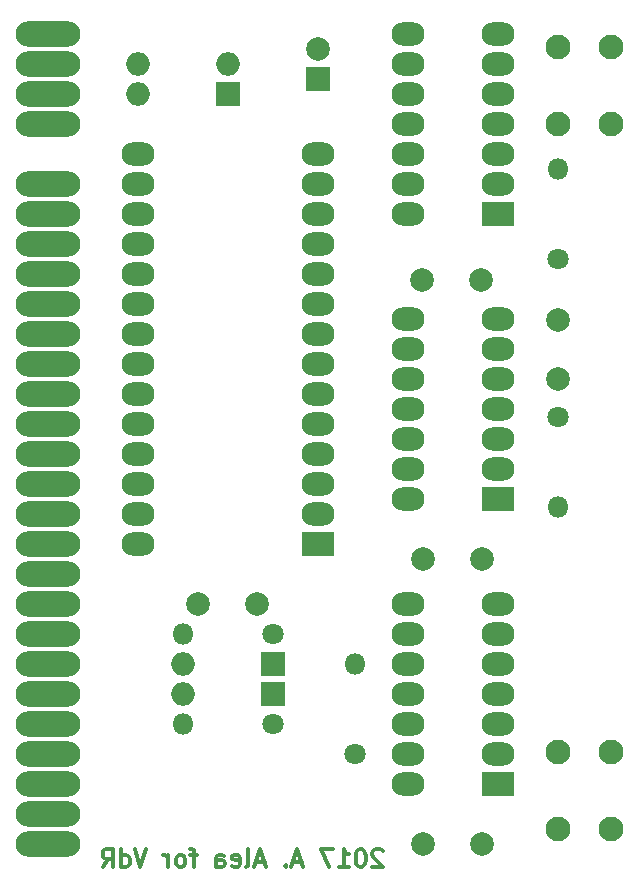
<source format=gbs>
G04 #@! TF.GenerationSoftware,KiCad,Pcbnew,5.0.0-rc3-6a2723a~65~ubuntu18.04.1*
G04 #@! TF.CreationDate,2018-07-13T18:04:07+02:00*
G04 #@! TF.ProjectId,007_mini,3030375F6D696E692E6B696361645F70,rev?*
G04 #@! TF.SameCoordinates,Original*
G04 #@! TF.FileFunction,Soldermask,Bot*
G04 #@! TF.FilePolarity,Negative*
%FSLAX46Y46*%
G04 Gerber Fmt 4.6, Leading zero omitted, Abs format (unit mm)*
G04 Created by KiCad (PCBNEW 5.0.0-rc3-6a2723a~65~ubuntu18.04.1) date Fri Jul 13 18:04:07 2018*
%MOMM*%
%LPD*%
G01*
G04 APERTURE LIST*
%ADD10C,0.300000*%
%ADD11C,2.100000*%
%ADD12C,2.000000*%
%ADD13R,2.000000X2.000000*%
%ADD14O,2.000000X2.000000*%
%ADD15C,1.800000*%
%ADD16O,1.800000X1.800000*%
%ADD17O,2.800000X2.000000*%
%ADD18R,2.800000X2.000000*%
%ADD19O,5.480000X2.178000*%
G04 APERTURE END LIST*
D10*
X115997142Y-121241428D02*
X115925714Y-121170000D01*
X115782857Y-121098571D01*
X115425714Y-121098571D01*
X115282857Y-121170000D01*
X115211428Y-121241428D01*
X115140000Y-121384285D01*
X115140000Y-121527142D01*
X115211428Y-121741428D01*
X116068571Y-122598571D01*
X115140000Y-122598571D01*
X114211428Y-121098571D02*
X114068571Y-121098571D01*
X113925714Y-121170000D01*
X113854285Y-121241428D01*
X113782857Y-121384285D01*
X113711428Y-121670000D01*
X113711428Y-122027142D01*
X113782857Y-122312857D01*
X113854285Y-122455714D01*
X113925714Y-122527142D01*
X114068571Y-122598571D01*
X114211428Y-122598571D01*
X114354285Y-122527142D01*
X114425714Y-122455714D01*
X114497142Y-122312857D01*
X114568571Y-122027142D01*
X114568571Y-121670000D01*
X114497142Y-121384285D01*
X114425714Y-121241428D01*
X114354285Y-121170000D01*
X114211428Y-121098571D01*
X112282857Y-122598571D02*
X113140000Y-122598571D01*
X112711428Y-122598571D02*
X112711428Y-121098571D01*
X112854285Y-121312857D01*
X112997142Y-121455714D01*
X113140000Y-121527142D01*
X111782857Y-121098571D02*
X110782857Y-121098571D01*
X111425714Y-122598571D01*
X109140000Y-122170000D02*
X108425714Y-122170000D01*
X109282857Y-122598571D02*
X108782857Y-121098571D01*
X108282857Y-122598571D01*
X107782857Y-122455714D02*
X107711428Y-122527142D01*
X107782857Y-122598571D01*
X107854285Y-122527142D01*
X107782857Y-122455714D01*
X107782857Y-122598571D01*
X105997142Y-122170000D02*
X105282857Y-122170000D01*
X106140000Y-122598571D02*
X105640000Y-121098571D01*
X105140000Y-122598571D01*
X104425714Y-122598571D02*
X104568571Y-122527142D01*
X104640000Y-122384285D01*
X104640000Y-121098571D01*
X103282857Y-122527142D02*
X103425714Y-122598571D01*
X103711428Y-122598571D01*
X103854285Y-122527142D01*
X103925714Y-122384285D01*
X103925714Y-121812857D01*
X103854285Y-121670000D01*
X103711428Y-121598571D01*
X103425714Y-121598571D01*
X103282857Y-121670000D01*
X103211428Y-121812857D01*
X103211428Y-121955714D01*
X103925714Y-122098571D01*
X101925714Y-122598571D02*
X101925714Y-121812857D01*
X101997142Y-121670000D01*
X102140000Y-121598571D01*
X102425714Y-121598571D01*
X102568571Y-121670000D01*
X101925714Y-122527142D02*
X102068571Y-122598571D01*
X102425714Y-122598571D01*
X102568571Y-122527142D01*
X102640000Y-122384285D01*
X102640000Y-122241428D01*
X102568571Y-122098571D01*
X102425714Y-122027142D01*
X102068571Y-122027142D01*
X101925714Y-121955714D01*
X100282857Y-121598571D02*
X99711428Y-121598571D01*
X100068571Y-122598571D02*
X100068571Y-121312857D01*
X99997142Y-121170000D01*
X99854285Y-121098571D01*
X99711428Y-121098571D01*
X98997142Y-122598571D02*
X99140000Y-122527142D01*
X99211428Y-122455714D01*
X99282857Y-122312857D01*
X99282857Y-121884285D01*
X99211428Y-121741428D01*
X99140000Y-121670000D01*
X98997142Y-121598571D01*
X98782857Y-121598571D01*
X98640000Y-121670000D01*
X98568571Y-121741428D01*
X98497142Y-121884285D01*
X98497142Y-122312857D01*
X98568571Y-122455714D01*
X98640000Y-122527142D01*
X98782857Y-122598571D01*
X98997142Y-122598571D01*
X97854285Y-122598571D02*
X97854285Y-121598571D01*
X97854285Y-121884285D02*
X97782857Y-121741428D01*
X97711428Y-121670000D01*
X97568571Y-121598571D01*
X97425714Y-121598571D01*
X95997142Y-121098571D02*
X95497142Y-122598571D01*
X94997142Y-121098571D01*
X93854285Y-122598571D02*
X93854285Y-121098571D01*
X93854285Y-122527142D02*
X93997142Y-122598571D01*
X94282857Y-122598571D01*
X94425714Y-122527142D01*
X94497142Y-122455714D01*
X94568571Y-122312857D01*
X94568571Y-121884285D01*
X94497142Y-121741428D01*
X94425714Y-121670000D01*
X94282857Y-121598571D01*
X93997142Y-121598571D01*
X93854285Y-121670000D01*
X92282857Y-122598571D02*
X92782857Y-121884285D01*
X93140000Y-122598571D02*
X93140000Y-121098571D01*
X92568571Y-121098571D01*
X92425714Y-121170000D01*
X92354285Y-121241428D01*
X92282857Y-121384285D01*
X92282857Y-121598571D01*
X92354285Y-121741428D01*
X92425714Y-121812857D01*
X92568571Y-121884285D01*
X93140000Y-121884285D01*
D11*
G04 #@! TO.C,SW1*
X135310000Y-53190000D03*
X135310000Y-59690000D03*
X130810000Y-53190000D03*
X130810000Y-59690000D03*
G04 #@! TD*
D12*
G04 #@! TO.C,C1*
X130810000Y-81280000D03*
X130810000Y-76280000D03*
G04 #@! TD*
D13*
G04 #@! TO.C,D1*
X106680000Y-105410000D03*
D14*
X99060000Y-105410000D03*
G04 #@! TD*
G04 #@! TO.C,D2*
X99060000Y-107950000D03*
D13*
X106680000Y-107950000D03*
G04 #@! TD*
D15*
G04 #@! TO.C,R1*
X106680000Y-102870000D03*
D16*
X99060000Y-102870000D03*
G04 #@! TD*
D15*
G04 #@! TO.C,R2*
X130810000Y-84455000D03*
D16*
X130810000Y-92075000D03*
G04 #@! TD*
G04 #@! TO.C,R3*
X113665000Y-105410000D03*
D15*
X113665000Y-113030000D03*
G04 #@! TD*
D11*
G04 #@! TO.C,SW2*
X130810000Y-119380000D03*
X130810000Y-112880000D03*
X135310000Y-119380000D03*
X135310000Y-112880000D03*
G04 #@! TD*
D17*
G04 #@! TO.C,U3*
X118110000Y-115570000D03*
X125730000Y-100330000D03*
X118110000Y-113030000D03*
X125730000Y-102870000D03*
X118110000Y-110490000D03*
X125730000Y-105410000D03*
X118110000Y-107950000D03*
X125730000Y-107950000D03*
X118110000Y-105410000D03*
X125730000Y-110490000D03*
X118110000Y-102870000D03*
X125730000Y-113030000D03*
X118110000Y-100330000D03*
D18*
X125730000Y-115570000D03*
G04 #@! TD*
D19*
G04 #@! TO.C,J1*
X87630000Y-120650000D03*
X87630000Y-118110000D03*
X87630000Y-115570000D03*
X87630000Y-113030000D03*
X87630000Y-110490000D03*
X87630000Y-107950000D03*
X87630000Y-105410000D03*
X87630000Y-102870000D03*
X87630000Y-100330000D03*
X87630000Y-97790000D03*
X87630000Y-95250000D03*
X87630000Y-92710000D03*
X87630000Y-90170000D03*
X87630000Y-87630000D03*
X87630000Y-85090000D03*
X87630000Y-82550000D03*
X87630000Y-80010000D03*
X87630000Y-77470000D03*
X87630000Y-74930000D03*
X87630000Y-72390000D03*
X87630000Y-69850000D03*
X87630000Y-67310000D03*
X87630000Y-64770000D03*
X87630000Y-59690000D03*
X87630000Y-57150000D03*
X87630000Y-54610000D03*
X87630000Y-52070000D03*
G04 #@! TD*
D12*
G04 #@! TO.C,C3*
X124333000Y-72898000D03*
X119333000Y-72898000D03*
G04 #@! TD*
G04 #@! TO.C,C4*
X124380000Y-96520000D03*
X119380000Y-96520000D03*
G04 #@! TD*
G04 #@! TO.C,C6*
X100330000Y-100330000D03*
X105330000Y-100330000D03*
G04 #@! TD*
D15*
G04 #@! TO.C,R4*
X130810000Y-71120000D03*
D16*
X130810000Y-63500000D03*
G04 #@! TD*
G04 #@! TO.C,R5*
X99060000Y-110490000D03*
D15*
X106680000Y-110490000D03*
G04 #@! TD*
D13*
G04 #@! TO.C,SW3*
X102870000Y-57150000D03*
D14*
X95250000Y-54610000D03*
X102870000Y-54610000D03*
X95250000Y-57150000D03*
G04 #@! TD*
D18*
G04 #@! TO.C,U5*
X125730000Y-67310000D03*
D17*
X118110000Y-52070000D03*
X125730000Y-64770000D03*
X118110000Y-54610000D03*
X125730000Y-62230000D03*
X118110000Y-57150000D03*
X125730000Y-59690000D03*
X118110000Y-59690000D03*
X125730000Y-57150000D03*
X118110000Y-62230000D03*
X125730000Y-54610000D03*
X118110000Y-64770000D03*
X125730000Y-52070000D03*
X118110000Y-67310000D03*
G04 #@! TD*
D12*
G04 #@! TO.C,C2*
X119380000Y-120650000D03*
X124380000Y-120650000D03*
G04 #@! TD*
D13*
G04 #@! TO.C,C5*
X110490000Y-55880000D03*
D12*
X110490000Y-53380000D03*
G04 #@! TD*
D18*
G04 #@! TO.C,U2*
X125730000Y-91440000D03*
D17*
X118110000Y-76200000D03*
X125730000Y-88900000D03*
X118110000Y-78740000D03*
X125730000Y-86360000D03*
X118110000Y-81280000D03*
X125730000Y-83820000D03*
X118110000Y-83820000D03*
X125730000Y-81280000D03*
X118110000Y-86360000D03*
X125730000Y-78740000D03*
X118110000Y-88900000D03*
X125730000Y-76200000D03*
X118110000Y-91440000D03*
G04 #@! TD*
D18*
G04 #@! TO.C,U1*
X110490000Y-95250000D03*
D17*
X95250000Y-62230000D03*
X110490000Y-92710000D03*
X95250000Y-64770000D03*
X110490000Y-90170000D03*
X95250000Y-67310000D03*
X110490000Y-87630000D03*
X95250000Y-69850000D03*
X110490000Y-85090000D03*
X95250000Y-72390000D03*
X110490000Y-82550000D03*
X95250000Y-74930000D03*
X110490000Y-80010000D03*
X95250000Y-77470000D03*
X110490000Y-77470000D03*
X95250000Y-80010000D03*
X110490000Y-74930000D03*
X95250000Y-82550000D03*
X110490000Y-72390000D03*
X95250000Y-85090000D03*
X110490000Y-69850000D03*
X95250000Y-87630000D03*
X110490000Y-67310000D03*
X95250000Y-90170000D03*
X110490000Y-64770000D03*
X95250000Y-92710000D03*
X110490000Y-62230000D03*
X95250000Y-95250000D03*
G04 #@! TD*
M02*

</source>
